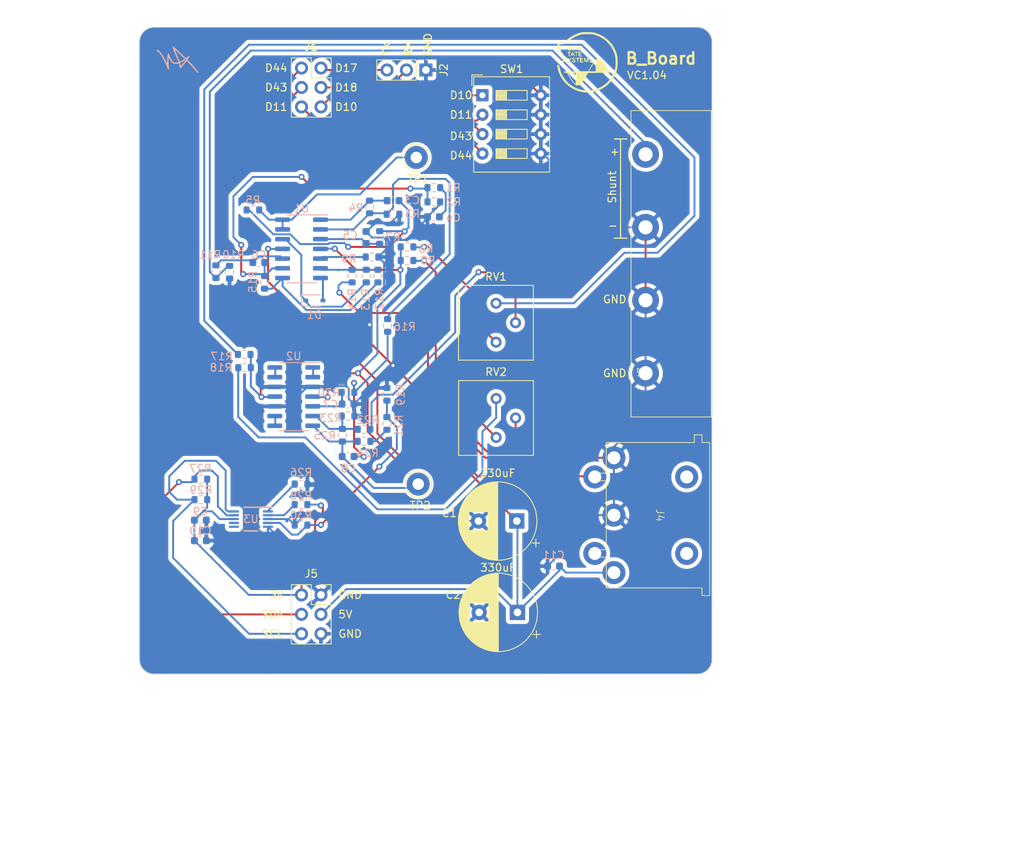
<source format=kicad_pcb>
(kicad_pcb (version 20221018) (generator pcbnew)
  (title_block (title "Bottom Board") (date "2023-03-09") (rev "0"))
  (layers (0 "F.Cu" signal) (31 "B.Cu" signal) (34 "B.Paste" user) (35 "F.Paste" user) (36 "B.SilkS" user "B.Silkscreen") (37 "F.SilkS" user "F.Silkscreen") (38 "B.Mask" user) (39 "F.Mask" user) (44 "Edge.Cuts" user))
  (net 0 "")
  (net 1 "+5VD")
  (net 2 "SDA")
  (net 3 "D43")
  (net 4 "D44")
  (net 5 "TX")
  (net 6 "D10")
  (net 7 "D11")
  (net 8 "RX")
  (net 9 "Net-(U1A-+)")
  (net 10 "Net-(U2B-+)")
  (net 11 "Net-(U1C--)")
  (net 12 "Net-(U1C-+)")
  (net 13 "Net-(D1-K)")
  (net 14 "Net-(D1-A)")
  (net 15 "Net-(U1A--)")
  (net 16 "-5V")
  (net 17 "Net-(U1D--)")
  (net 18 "E23_INPUT")
  (net 19 "Net-(U2B--)")
  (net 20 "Net-(U1B-+)")
  (net 21 "Net-(U1B--)")
  (net 22 "AN0")
  (net 23 "+3V0")
  (net 24 "SCL")
  (net 25 "+12V")
  (net 26 "Net-(U3-ADDR)")
  (net 27 "Net-(U3-ALERT_RDY)")
  (net 28 "Net-(U2A--)")
  (net 29 "Net-(U2C--)")
  (net 30 "Net-(U2D--)")
  (net 31 "GND")
  (net 34 "Net-(R8-Pad2)")
  (net 35 "Net-(R18-Pad1)")
  (net 36 "Net-(C4-Pad1)")
  (net 37 "Net-(C3-Pad2)")
  (net 38 "Net-(C3-Pad1)")
  (net 39 "Net-(C8-Pad2)")
  (net 40 "Net-(C8-Pad1)")
  (net 41 "Net-(R6-Pad1)")
  (net 42 "Net-(R12-Pad1)")
  (net 43 "Net-(R14-Pad2)")
  (net 44 "Net-(R17-Pad2)")
  (net 45 "Net-(R21-Pad2)")
  (net 46 "Net-(R22-Pad2)")
  (footprint "Button_Switch_THT:SW_DIP_SPSTx04_Slide_9.78x12.34mm_W7.62mm_P2.54mm" (layer "F.Cu") (at 144.78 71.882)
    (fp_text reference "SW1")
    (fp_text value "SW_DIP_x04")
  )
  (footprint "Capacitor_THT:CP_Radial_D10.0mm_P5.00mm" (layer "F.Cu") (at 149.270323 127.508 180)
    (fp_text reference "C1")
    (fp_text value "330uF")
  )
  (footprint "bot_lib:DIN_5_PIN" (layer "F.Cu") (at 167.95 126.746 -90)
    (fp_text reference "J4")
    (fp_text value "DIN-5")
  )
  (footprint "Capacitor_THT:CP_Radial_D10.0mm_P5.00mm" (layer "F.Cu") (at 149.352 139.446 180)
    (fp_text reference "C2")
    (fp_text value "330uF")
  )
  (footprint "bot_lib:PinSocket_2x03_P2.54mm_Vertical" (layer "F.Cu") (at 123.698 68.326)
    (fp_text reference "J1")
    (fp_text value "Conn_02x03_Top_Bottom")
  )
  (footprint "TestPoint:TestPoint_Loop_D2.54mm_Drill1.5mm_Beaded" (layer "F.Cu") (at 136.398 122.682)
    (fp_text reference "TP2")
    (fp_text value ".75 Vdc")
  )
  (footprint "bot_lib:PinSocket_2x03_P2.54mm_Vertical" (layer "F.Cu") (at 123.698 137.16)
    (fp_text reference "J5")
    (fp_text value "Conn_02x03_Top_Bottom")
  )
  (footprint "bot_lib:Potentiometer_Bourns_3386P_Vertical" (layer "F.Cu") (at 146.573 116.586)
    (fp_text reference "RV2")
    (fp_text value "20K")
  )
  (footprint "Connector_PinHeader_2.54mm:PinHeader_1x03_P2.54mm_Vertical" (layer "F.Cu") (at 137.399 68.58 -90)
    (fp_text reference "J2")
    (fp_text value "Conn_01x03_Pin")
  )
  (footprint "TestPoint:TestPoint_Loop_D2.54mm_Drill1.5mm_Beaded" (layer "F.Cu") (at 136.144 80.01)
    (fp_text reference "TP1")
    (fp_text value ".55 Vdc")
  )
  (footprint "bot_lib:Terminal_Strip_4_Pin" (layer "F.Cu") (at 166.0825 108.195 90)
    (fp_text reference "J3")
    (fp_text value "Screw_Terminal_01x04")
  )
  (footprint "bot_lib:Potentiometer_Bourns_3386P_Vertical" (layer "F.Cu") (at 146.558 104.14)
    (fp_text reference "RV1")
    (fp_text value "20K")
  )
  (footprint "bot_lib:logo_SSS" (layer "F.Cu") (at 158.496 67.564)
    (fp_text reference "G***" hide)
    (fp_text value "LOGO" hide)
  )
  (footprint "Resistor_SMD:R_0603_1608Metric" (layer "B.Cu") (at 129.6162 95.504 -90)
    (fp_text reference "R13")
    (fp_text value "10K")
  )
  (footprint "Resistor_SMD:R_0603_1608Metric" (layer "B.Cu") (at 116.332 96.329 -90)
    (fp_text reference "R15")
    (fp_text value "110K")
  )
  (footprint "Capacitor_SMD:C_0603_1608Metric" (layer "B.Cu") (at 127.2416 119.0762)
    (fp_text reference "C8")
    (fp_text value "0.1uF")
  )
  (footprint "Resistor_SMD:R_0603_1608Metric" (layer "B.Cu") (at 132.3976 101.9495 90)
    (fp_text reference "R16")
    (fp_text value "80.6K")
  )
  (footprint "Resistor_SMD:R_0603_1608Metric" (layer "B.Cu") (at 121.095 125.36 180)
    (fp_text reference "R28")
    (fp_text value "10k")
  )
  (footprint "Capacitor_SMD:C_0603_1608Metric" (layer "B.Cu") (at 133.109 85.6488)
    (fp_text reference "C3")
    (fp_text value "0.1uF")
  )
  (footprint "Package_SO:SOIC-14_3.9x8.7mm_P1.27mm" (layer "B.Cu") (at 121.158 91.948 180)
    (fp_text reference "U1")
    (fp_text value "LM324")
  )
  (footprint "Package_SO:SOIC-14_3.9x8.7mm_P1.27mm" (layer "B.Cu") (at 120.142 111.252 180)
    (fp_text reference "U2")
    (fp_text value "LM324")
  )
  (footprint "Resistor_SMD:R_0603_1608Metric" (layer "B.Cu") (at 111.76 94.996 -90)
    (fp_text reference "R10")
    (fp_text value "30.1K")
  )
  (footprint "Capacitor_SMD:C_0603_1608Metric" (layer "B.Cu") (at 107.95 130.07 180)
    (fp_text reference "C10")
    (fp_text value "0.1uF")
  )
  (footprint "Resistor_SMD:R_0603_1608Metric" (layer "B.Cu") (at 132.3086 110.9472 -90)
    (fp_text reference "R19")
    (fp_text value "10K")
  )
  (footprint "Resistor_SMD:R_0603_1608Metric" (layer "B.Cu") (at 127.762 95.504 -90)
    (fp_text reference "R14")
    (fp_text value "1M")
  )
  (footprint "Capacitor_SMD:C_0603_1608Metric" (layer "B.Cu") (at 154.064 133.4008 180)
    (fp_text reference "C11")
    (fp_text value "0.1uF")
  )
  (footprint "bot_lib:DGS0010A_N" (layer "B.Cu") (at 114.554 127.254 180)
    (fp_text reference "U3")
    (fp_text value "ADS1015IDGSR")
  )
  (footprint "Resistor_SMD:R_0603_1608Metric" (layer "B.Cu") (at 108.013 124.714 180)
    (fp_text reference "R29")
    (fp_text value "10k")
  )
  (footprint "Resistor_SMD:R_0603_1608Metric" (layer "B.Cu") (at 129.3236 117.094 180)
    (fp_text reference "R24")
    (fp_text value "16.2K")
  )
  (footprint "Resistor_SMD:R_0603_1608Metric" (layer "B.Cu") (at 113.7158 107.4674)
    (fp_text reference "R18")
    (fp_text value "22K")
  )
  (footprint "Resistor_SMD:R_0603_1608Metric" (layer "B.Cu") (at 138.4326 83.9531)
    (fp_text reference "R1")
    (fp_text value "187K")
  )
  (footprint "Capacitor_SMD:C_0603_1608Metric" (layer "B.Cu") (at 107.95 127.392 180)
    (fp_text reference "C9")
    (fp_text value "1uF")
  )
  (footprint "Resistor_SMD:R_0603_1608Metric" (layer "B.Cu") (at 114.808 86.868 180)
    (fp_text reference "R5")
    (fp_text value "80.6K")
  )
  (footprint "Resistor_SMD:R_0603_1608Metric" (layer "B.Cu") (at 134.937 91.694 180)
    (fp_text reference "R6")
    (fp_text value "4.7K")
  )
  (footprint "Resistor_SMD:R_0603_1608Metric" (layer "B.Cu") (at 127.2408 113.792 180)
    (fp_text reference "R23")
    (fp_text value "10K")
  )
  (footprint "Resistor_SMD:R_0603_1608Metric" (layer "B.Cu") (at 138.43 85.810475)
    (fp_text reference "R2")
    (fp_text value "25.5K")
  )
  (footprint "Resistor_SMD:R_0603_1608Metric" (layer "B.Cu") (at 121.095 122.682)
    (fp_text reference "R26")
    (fp_text value "10k")
  )
  (footprint "Capacitor_SMD:C_0603_1608Metric" (layer "B.Cu") (at 127.2286 112.2182 180)
    (fp_text reference "C7")
    (fp_text value "0.1uF")
  )
  (footprint "Capacitor_SMD:C_0603_1608Metric" (layer "B.Cu") (at 129.5908 90.4624 90)
    (fp_text reference "C5")
    (fp_text value "0.1uF")
  )
  (footprint "Resistor_SMD:R_0603_1608Metric" (layer "B.Cu") (at 131.1402 95.504 90)
    (fp_text reference "R12")
    (fp_text value "10K")
  )
  (footprint "Resistor_SMD:R_0603_1608Metric" (layer "B.Cu") (at 129.3236 115.5202)
    (fp_text reference "R22")
    (fp_text value "1M")
  )
  (footprint "Resistor_SMD:R_0603_1608Metric" (layer "B.Cu") (at 127.2286 110.6942 180)
    (fp_text reference "R20")
    (fp_text value "80.6K")
  )
  (footprint "Resistor_SMD:R_0603_1608Metric" (layer "B.Cu") (at 113.6772 105.7402 180)
    (fp_text reference "R17")
    (fp_text value "10K")
  )
  (footprint "Resistor_SMD:R_0603_1608Metric" (layer "B.Cu") (at 133.096 87.4268)
    (fp_text reference "R3")
    (fp_text value "10K")
  )
  (footprint "bot_lib:Diode_1N4148WS" (layer "B.Cu") (at 122.832 98.698)
    (fp_text reference "D1")
    (fp_text value "1N4148WS")
  )
  (footprint "Resistor_SMD:R_0603_1608Metric" (layer "B.Cu") (at 134.937 93.472)
    (fp_text reference "R8")
    (fp_text value "22K")
  )
  (footprint "Capacitor_SMD:C_0603_1608Metric" (layer "B.Cu") (at 138.3826 87.7631 180)
    (fp_text reference "C4")
    (fp_text value "0.1uF")
  )
  (footprint "Resistor_SMD:R_0603_1608Metric" (layer "B.Cu") (at 131.3688 90.4624 -90)
    (fp_text reference "R7")
    (fp_text value "80.6K")
  )
  (footprint "Resistor_SMD:R_0603_1608Metric" (layer "B.Cu") (at 108.013 122.036 180)
    (fp_text reference "R27")
    (fp_text value "10k")
  )
  (footprint "Resistor_SMD:R_0603_1608Metric" (layer "B.Cu") (at 126.492 116.2944 -90)
    (fp_text reference "R25")
    (fp_text value "3.65K")
  )
  (footprint "Capacitor_SMD:C_0603_1608Metric" (layer "B.Cu") (at 115.57 93.726 180)
    (fp_text reference "C6")
    (fp_text value "0.002uF")
  )
  (footprint "Resistor_SMD:R_0603_1608Metric" (layer "B.Cu") (at 132.3086 114.7572 -90)
    (fp_text reference "R21")
    (fp_text value "10K")
  )
  (footprint "bot_lib:logo_AN" (layer "B.Cu") (at 104.902 67.056 180)
    (fp_text reference "G***" hide)
    (fp_text value "LOGO" hide)
  )
  (footprint "Resistor_SMD:R_0603_1608Metric" (layer "B.Cu") (at 130.048 86.4738 90)
    (fp_text reference "R4")
    (fp_text value "1.82K")
  )
  (footprint "Resistor_SMD:R_0603_1608Metric" (layer "B.Cu") (at 109.982 94.933 90)
    (fp_text reference "R11")
    (fp_text value "20K")
  )
  (footprint "Resistor_SMD:R_0603_1608Metric" (layer "B.Cu") (at 121.095 128.038 180)
    (fp_text reference "R30")
    (fp_text value "3.9M")
  )
  (footprint "Resistor_SMD:R_0603_1608Metric" (layer "B.Cu") (at 130.365 93.0148)
    (fp_text reference "R9")
    (fp_text value "4.7K")
  )
  (gr_line (start 163.6395 90.551) (end 161.9885 90.551) (stroke (width 0.15)) (layer "F.SilkS"))
  (gr_line (start 162.814 90.551) (end 162.814 77.597) (stroke (width 0.15)) (layer "F.SilkS"))
  (gr_line (start 163.6395 77.597) (end 161.9885 77.597) (stroke (width 0.15)) (layer "F.SilkS"))
  (gr_arc (start 99.9958 64.9072) (mid 100.554406 63.558606) (end 101.903 63) (stroke (width 0.1)) (layer "Edge.Cuts"))
  (gr_arc (start 172.8428 62.9958) (mid 174.191394 63.554406) (end 174.75 64.903) (stroke (width 0.1)) (layer "Edge.Cuts"))
  (gr_line (start 172.847 147.4958) (end 101.9072 147.5042) (stroke (width 0.1)) (layer "Edge.Cuts"))
  (gr_arc (start 174.75 145.5928) (mid 174.192624 146.938424) (end 172.847 147.4958) (stroke (width 0.1)) (layer "Edge.Cuts"))
  (gr_line (start 101.903 63) (end 172.8428 62.9958) (stroke (width 0.1)) (layer "Edge.Cuts"))
  (gr_line (start 174.75 64.903) (end 174.75 145.5928) (stroke (width 0.1)) (layer "Edge.Cuts"))
  (gr_line (start 100 145.597) (end 99.9958 64.9072) (stroke (width 0.1)) (layer "Edge.Cuts"))
  (gr_arc (start 101.9072 147.5042) (mid 100.558606 146.945594) (end 100 145.597) (stroke (width 0.1)) (layer "Edge.Cuts"))
  (gr_text "D43" (at 141.986 77.216) (layer "F.SilkS") (effects (font (size 1 1))))
  (gr_text "VC1.04" (at 163.576 69.85) (layer "F.SilkS") (effects (font (size 1 1)) (justify left bottom)))
  (gr_text "GND" (at 127.508 137.16) (layer "F.SilkS") (effects (font (size 1 1))))
  (gr_text "SCL" (at 117.379809 142.24) (layer "F.SilkS") (effects (font (size 1 1))))
  (gr_text "SDA" (at 117.356 139.7) (layer "F.SilkS") (effects (font (size 1 1))))
  (gr_text "D10" (at 127 73.406) (layer "F.SilkS") (effects (font (size 1 1))))
  (gr_text "5V" (at 126.888953 139.7) (layer "F.SilkS") (effects (font (size 1 1))))
  (gr_text "B_Board" (at 163.322 67.945) (layer "F.SilkS") (effects (font (size 1.5 1.5) (thickness 0.3) bold) (justify left bottom)))
  (gr_text "GND" (at 162.052 108.204) (layer "F.SilkS") (effects (font (size 1 1))))
  (gr_text "GND" (at 162.052 98.552) (layer "F.SilkS") (effects (font (size 1 1))))
  (gr_text "D17" (at 127 68.326) (layer "F.SilkS") (effects (font (size 1 1))))
  (gr_text "D43" (at 117.856 70.866) (layer "F.SilkS") (effects (font (size 1 1))))
  (gr_text "Shunt" (at 162.306 86.106 90) (layer "F.SilkS") (effects (font (size 1 1)) (justify left bottom)))
  (gr_text "D11" (at 117.856 73.406) (layer "F.SilkS") (effects (font (size 1 1))))
  (gr_text "TX" (at 132.334 65.786 90) (layer "F.SilkS") (effects (font (size 1 1))))
  (gr_text "D18" (at 127 70.866) (layer "F.SilkS") (effects (font (size 1 1))))
  (gr_text "D11" (at 141.986 74.422) (layer "F.SilkS") (effects (font (size 1 1))))
  (gr_text "D10" (at 141.986 71.882) (layer "F.SilkS") (effects (font (size 1 1))))
  (gr_text "GND" (at 127.508 142.24) (layer "F.SilkS") (effects (font (size 1 1))))
  (gr_text "3V" (at 117.856 137.16) (layer "F.SilkS") (effects (font (size 1 1))))
  (gr_text "RX" (at 135.128 65.786 90) (layer "F.SilkS") (effects (font (size 1 1))))
  (gr_text "GND" (at 137.668 65.278 90) (layer "F.SilkS") (effects (font (size 1 1))))
  (gr_text "D44" (at 141.986 79.756) (layer "F.SilkS") (effects (font (size 1 1))))
  (gr_text "+" (at 162.052 79.248) (layer "F.SilkS") (effects (font (size 1 1))))
  (gr_text "D44" (at 117.856 68.326) (layer "F.SilkS") (effects (font (size 1 1))))
  (gr_text "-" (at 161.798 88.9) (layer "F.SilkS") (effects (font (size 1 1))))
  (segment (start 134.366 120.396) (end 142.24 120.396) (width 0.25) (layer "F.Cu") (net 1))
  (segment (start 129.794 115.824) (end 134.366 120.396) (width 0.25) (layer "F.Cu") (net 1))
  (segment (start 144.485161 122.722838) (end 149.270323 127.508) (width 0.25) (layer "F.Cu") (net 1))
  (segment (start 125.73 108.204) (end 128.524 108.204) (width 0.25) (layer "F.Cu") (net 1))
  (segment (start 144.485161 122.641161) (end 144.485161 122.722838) (width 0.25) (layer "F.Cu") (net 1))
  (segment (start 134.0612 94.6912) (end 128.27 94.6912) (width 0.25) (layer "F.Cu") (net 1))
  (segment (start 128.27 94.6912) (end 125.5014 91.9226) (width 0.25) (layer "F.Cu") (net 1))
  (segment (start 124.5616 111.3282) (end 124.5616 109.3724) (width 0.25) (layer "F.Cu") (net 1))
  (segment (start 128.524 108.204) (end 129.794 109.474) (width 0.25) (layer "F.Cu") (net 1))
  (segment (start 129.794 109.474) (end 129.794 115.824) (width 0.25) (layer "F.Cu") (net 1))
  (segment (start 124.5616 109.3724) (end 125.73 108.204) (width 0.25) (layer "F.Cu") (net 1))
  (segment (start 142.24 120.396) (end 144.485161 122.641161) (width 0.25) (layer "F.Cu") (net 1))
  (via (at 128.524 108.204) (size 0.8) (drill 0.4) (layers "F.Cu" "B.Cu") (net 1))
  (via (at 134.0612 94.6912) (size 0.8) (drill 0.4) (layers "F.Cu" "B.Cu") (net 1))
  (via (at 125.5014 91.9226) (size 0.8) (drill 0.4) (layers "F.Cu" "B.Cu") (net 1))
  (via (at 124.5616 111.3282) (size 0.8) (drill 0.4) (layers "F.Cu" "B.Cu") (net 1))
  (segment (start 134.112 91.7448) (end 134.112 93.5228) (width 0.25) (layer "B.Cu") (net 1))
  (segment (start 146.304 136.398) (end 149.352 139.446) (width 0.25) (layer "B.Cu") (net 1))
  (segment (start 131.064 99.568) (end 134.0612 96.5708) (width 0.25) (layer "B.Cu") (net 1))
  (segment (start 127 136.398) (end 146.304 136.398) (width 0.25) (layer "B.Cu") (net 1))
  (segment (start 122.7582 111.3282) (end 122.682 111.252) (width 0.25) (layer "B.Cu") (net 1))
  (segment (start 128.524 108.204) (end 131.064 105.664) (width 0.25) (layer "B.Cu") (net 1))
  (segment (start 134.112 93.5228) (end 134.112 94.6404) (width 0.25) (layer "B.Cu") (net 1))
  (segment (start 154.839 133.959) (end 149.352 139.446) (width 0.25) (layer "B.Cu") (net 1))
  (segment (start 154.839 133.4008) (end 154.839 133.959) (width 0.25) (layer "B.Cu") (net 1))
  (segment (start 161.95 134.246) (end 155.6842 134.246) (width 0.25) (layer "B.Cu") (net 1))
  (segment (start 149.352 139.446) (end 149.352 127.589677) (width 0.25) (layer "B.Cu") (net 1))
  (segment (start 134.112 94.6404) (end 134.0612 94.6912) (width 0.25) (layer "B.Cu") (net 1))
  (segment (start 149.352 127.589677) (end 149.270323 127.508) (width 0.25) (layer "B.Cu") (net 1))
  (segment (start 155.6842 134.246) (end 154.839 133.4008) (width 0.25) (layer "B.Cu") (net 1))
  (segment (start 125.5014 91.9226) (end 123.6584 91.9226) (width 0.25) (layer "B.Cu") (net 1))
  (segment (start 131.064 105.664) (end 131.064 99.568) (width 0.25) (layer "B.Cu") (net 1))
  (segment (start 124.5616 111.3282) (end 122.7582 111.3282) (width 0.25) (layer "B.Cu") (net 1))
  (segment (start 123.698 139.7) (end 127 136.398) (width 0.25) (layer "B.Cu") (net 1))
  (segment (start 123.6584 91.9226) (end 123.633 91.948) (width 0.25) (layer "B.Cu") (net 1))
  (segment (start 134.0612 96.5708) (end 134.0612 94.6912) (width 0.25) (layer "B.Cu") (net 1))
  (segment (start 109.22 139.7) (end 121.158 139.7) (width 0.25) (layer "F.Cu") (net 2))
  (segment (start 103.124 124.46) (end 103.124 133.604) (width 0.25) (layer "F.Cu") (net 2))
  (segment (start 103.124 133.604) (end 109.22 139.7) (width 0.25) (layer "F.Cu") (net 2))
  (segment (start 105.156 122.428) (end 103.124 124.46) (width 0.25) (layer "F.Cu") (net 2))
  (via (at 105.156 122.428) (size 0.8) (drill 0.4) (layers "F.Cu" "B.Cu") (net 2))
  (segment (start 107.95 120.904) (end 109.452731 120.904) (width 0.25) (layer "B.Cu") (net 2))
  (segment (start 107.188 122.036) (end 106.796 122.428) (width 0.25) (layer "B.Cu") (net 2))
  (segment (start 107.188 121.666) (end 107.95 120.904) (width 0.25) (layer "B.Cu") (net 2))
  (segment (start 107.188 122.036) (end 107.188 121.666) (width 0.25) (layer "B.Cu") (net 2))
  (segment (start 112.303996 126.779) (end 112.328998 126.753998) (width 0.25) (layer "B.Cu") (net 2))
  (segment (start 109.452731 120.904) (end 110.236 121.687269) (width 0.25) (layer "B.Cu") (net 2))
  (segment (start 106.796 122.428) (end 105.156 122.428) (width 0.25) (layer "B.Cu") (net 2))
  (segment (start 111.410604 126.779) (end 112.303996 126.779) (width 0.25) (layer "B.Cu") (net 2))
  (segment (start 110.236 121.687269) (end 110.236 125.604396) (width 0.25) (layer "B.Cu") (net 2))
  (segment (start 110.236 125.604396) (end 111.410604 126.779) (width 0.25) (layer "B.Cu") (net 2))
  (segment (start 143.7965 75.946) (end 120.65 75.946) (width 0.25) (layer "F.Cu") (net 3))
  (segment (start 120.65 75.946) (end 119.38 74.676) (width 0.25) (layer "F.Cu") (net 3))
  (segment (start 144.8225 76.972) (end 143.7965 75.946) (width 0.25) (layer "F.Cu") (net 3))
  (segment (start 119.38 72.644) (end 121.158 70.866) (width 0.25) (layer "F.Cu") (net 3))
  (segment (start 119.38 74.676) (end 119.38 72.644) (width 0.25) (layer "F.Cu") (net 3))
  (segment (start 118.872 70.612) (end 121.158 68.326) (width 0.25) (layer "F.Cu") (net 4))
  (segment (start 119.888 76.454) (end 118.872 75.438) (width 0.25) (layer "F.Cu") (net 4))
  (segment (start 141.7645 76.454) (end 119.888 76.454) (width 0.25) (layer "F.Cu") (net 4))
  (segment (start 118.872 75.438) (end 118.872 70.612) (width 0.25) (layer "F.Cu") (net 4))
  (segment (start 144.8225 79.512) (end 141.7645 76.454) (width 0.25) (layer "F.Cu") (net 4))
  (segment (start 132.319 68.58) (end 123.952 68.58) (width 0.25) (layer "F.Cu") (net 5))
  (segment (start 123.952 68.58) (end 123.698 68.326) (width 0.25) (layer "F.Cu") (net 5))
  (segment (start 144.8225 71.892) (end 125.212 71.892) (width 0.25) (layer "F.Cu") (net 6))
  (segment (start 125.212 71.892) (end 123.698 73.406) (width 0.25) (layer "F.Cu") (net 6))
  (segment (start 144.8225 74.432) (end 144.0705 75.184) (width 0.25) (layer "F.Cu") (net 7))
  (segment (start 122.936 75.184) (end 121.158 73.406) (width 0.25) (layer "F.Cu") (net 7))
  (segment (start 144.0705 75.184) (end 122.936 75.184) (width 0.25) (layer "F.Cu") (net 7))
  (segment (start 134.859 68.58) (end 132.573 70.866) (width 0.25) (layer "F.Cu") (net 8))
  (segment (start 132.573 70.866) (end 123.698 70.866) (width 0.25) (layer "F.Cu") (net 8))
  (segment (start 129.6408 91.2874) (end 129.5908 91.2374) (width 0.25) (layer "B.Cu") (net 9))
  (segment (start 131.3688 91.2874) (end 129.6408 91.2874) (width 0.25) (layer "B.Cu") (net 9))
  (segment (start 129.0314 90.678) (end 123.633 90.678) (width 0.25) (layer "B.Cu") (net 9))
  (segment (start 129.5908 91.2374) (end 129.0314 90.678) (width 0.25) (layer "B.Cu") (net 9))
  (segment (start 126.1498 112.522) (end 126.4536 112.2182) (width 0.25) (layer "B.Cu") (net 10))
  (segment (start 122.682 112.522) (end 126.1498 112.522) (width 0.25) (layer "B.Cu") (net 10))
  (segment (start 126.4536 110.7442) (end 126.4036 110.6942) (width 0.25) (layer "B.Cu") (net 10))
  (segment (start 126.4536 112.2182) (end 126.4536 110.7442) (width 0.25) (layer "B.Cu") (net 10))
  (segment (start 113.284 94.996) (end 113.538 95.25) (width 0.25) (layer "F.Cu") (net 11))
  (segment (start 113.284 91.44) (end 113.284 94.996) (width 0.25) (layer "F.Cu") (net 11))
  (segment (start 135.382 84.074) (end 122.682 84.074) (width 0.25) (layer "F.Cu") (net 11))
  (segment (start 122.682 84.074) (end 121.158 82.55) (width 0.25) (layer "F.Cu") (net 11))
  (via (at 113.538 95.25) (size 0.8) (drill 0.4) (layers "F.Cu" "B.Cu") (net 11))
  (via (at 113.284 91.44) (size 0.8) (drill 0.4) (layers "F.Cu" "B.Cu") (net 11))
  (via (at 135.382 84.074) (size 0.8) (drill 0.4) (layers "F.Cu" "B.Cu") (net 11))
  (via (at 121.158 82.55) (size 0.8) (drill 0.4) (layers "F.Cu" "B.Cu") (net 11))
  (segment (start 113.538 95.25) (end 116.078 95.25) (width 0.25) (layer "B.Cu") (net 11))
  (segment (start 116.332 95.504) (end 117.348 94.488) (width 0.25) (layer "B.Cu") (net 11))
  (segment (start 116.078 95.25) (end 116.332 95.504) (width 0.25) (layer "B.Cu") (net 11))
  (segment (start 113.284 91.44) (end 112.268 90.424) (width 0.25) (layer "B.Cu") (net 11))
  (segment (start 137.4867 84.074) (end 135.382 84.074) (width 0.25) (layer "B.Cu") (net 11))
  (segment (start 117.348 94.488) (end 118.683 94.488) (width 0.25) (layer "B.Cu") (net 11))
  (segment (start 112.268 85.09) (end 114.808 82.55) (width 0.25) (layer "B.Cu") (net 11))
  (segment (start 137.6076 83.9531) (end 137.4867 84.074) (width 0.25) (layer "B.Cu") (net 11))
  (segment (start 114.808 82.55) (end 121.158 82.55) (width 0.25) (layer "B.Cu") (net 11))
  (segment (start 116.345 93.726) (end 116.345 95.491) (width 0.25) (layer "B.Cu") (net 11))
  (segment (start 116.345 95.491) (end 116.332 95.504) (width 0.25) (layer "B.Cu") (net 11))
  (segment (start 137.6076 85.810475) (end 137.6076 83.9531) (width 0.25) (layer "B.Cu") (net 11))
  (segment (start 112.268 90.424) (end 112.268 85.09) (width 0.25) (layer "B.Cu") (net 11))
  (segment (start 114.795 93.726) (end 114.515 93.446) (width 0.25) (layer "B.Cu") (net 12))
  (segment (start 114.515 93.446) (end 110.644 93.446) (width 0.25) (layer "B.Cu") (net 12))
  (segment (start 110.644 93.446) (end 109.982 94.108) (width 0.25) (layer "B.Cu") (net 12))
  (segment (start 118.391 92.926) (end 118.683 93.218) (width 0.25) (layer "B.Cu") (net 12))
  (segment (start 115.595 92.926) (end 118.391 92.926) (width 0.25) (layer "B.Cu") (net 12))
  (segment (start 114.795 93.726) (end 115.595 92.926) (width 0.25) (layer "B.Cu") (net 12))
  (segment (start 121.1326 92.750849) (end 121.1326 98.1236) (width 0.25) (layer "B.Cu") (net 13))
  (segment (start 121.1326 98.1236) (end 121.707 98.698) (width 0.25) (layer "B.Cu") (net 13))
  (segment (start 118.683 90.678) (end 119.059751 90.678) (width 0.25) (layer "B.Cu") (net 13))
  (segment (start 121.707 98.847) (end 122.358 99.498) (width 0.25) (layer "B.Cu") (net 13))
  (segment (start 121.707 98.698) (end 121.707 98.847) (width 0.25) (layer "B.Cu") (net 13))
  (segment (start 122.358 99.498) (end 126.4472 99.498) (width 0.25) (layer "B.Cu") (net 13))
  (segment (start 119.059751 90.678) (end 121.1326 92.750849) (width 0.25) (layer "B.Cu") (net 13))
  (segment (start 126.4472 99.498) (end 129.6162 96.329) (width 0.25) (layer "B.Cu") (net 13))
  (segment (start 123.633 95.758) (end 123.952 96.077) (width 0.25) (layer "B.Cu") (net 14))
  (segment (start 123.952 98.693) (end 123.957 98.698) (width 0.25) (layer "B.Cu") (net 14))
  (segment (start 123.952 96.077) (end 123.952 98.693) (width 0.25) (layer "B.Cu") (net 14))
  (segment (start 140.499 92.673) (end 140.499 83.349) (width 0.25) (layer "B.Cu") (net 15))
  (segment (start 133.858 82.804) (end 133.109 83.553) (width 0.25) (layer "B.Cu") (net 15))
  (segment (start 133.109 83.553) (end 133.109 86.5888) (width 0.25) (layer "B.Cu") (net 15))
  (segment (start 127.9388 89.408) (end 130.048 87.2988) (width 0.25) (layer "B.Cu") (net 15))
  (segment (start 123.633 89.408) (end 127.9388 89.408) (width 0.25) (layer "B.Cu") (net 15))
  (segment (start 132.3976 100.7744) (end 140.499 92.673) (width 0.25) (layer "B.Cu") (net 15))
  (segment (start 140.499 83.349) (end 139.954 82.804) (width 0.25) (layer "B.Cu") (net 15))
  (segment (start 132.3976 101.1245) (end 132.3976 100.7744) (width 0.25) (layer "B.Cu") (net 15))
  (segment (start 139.954 82.804) (end 133.858 82.804) (width 0.25) (layer "B.Cu") (net 15))
  (segment (start 132.143 87.2988) (end 132.271 87.4268) (width 0.25) (layer "B.Cu") (net 15))
  (segment (start 133.109 86.5888) (end 132.271 87.4268) (width 0.25) (layer "B.Cu") (net 15))
  (segment (start 130.048 87.2988) (end 132.143 87.2988) (width 0.25) (layer "B.Cu") (net 15))
  (segment (start 144.146396 121.666) (end 159.37 121.666) (width 0.25) (layer "F.Cu") (net 16))
  (segment (start 116.7892 96.2152) (end 123.698 103.124) (width 0.25) (layer "F.Cu") (net 16))
  (segment (start 116.7892 91.948) (end 116.7892 96.2152) (width 0.25) (layer "F.Cu") (net 16))
  (segment (start 117.094 103.124) (end 115.824 104.394) (width 0.25) (layer "F.Cu") (net 16))
  (segment (start 115.9256 111.3028) (end 115.824 111.2012) (width 0.25) (layer "F.Cu") (net 16))
  (segment (start 131.064 116.078) (end 134.932 119.946) (width 0.25) (layer "F.Cu") (net 16))
  (segment (start 159.37 121.666) (end 159.45 121.746) (width 0.25) (layer "F.Cu") (net 16))
  (segment (start 134.932 119.946) (end 142.426396 119.946) (width 0.25) (layer "F.Cu") (net 16))
  (segment (start 115.824 111.2012) (end 115.824 104.394) (width 0.25) (layer "F.Cu") (net 16))
  (segment (start 131.064 109.22) (end 131.064 116.078) (width 0.25) (layer "F.Cu") (net 16))
  (segment (start 142.426396 119.946) (end 144.146396 121.666) (width 0.25) (layer "F.Cu") (net 16))
  (segment (start 123.698 103.124) (end 117.094 103.124) (width 0.25) (layer "F.Cu") (net 16))
  (segment (start 124.968 103.124) (end 131.064 109.22) (width 0.25) (layer "F.Cu") (net 16))
  (segment (start 123.698 103.124) (end 124.968 103.124) (width 0.25) (layer "F.Cu") (net 16))
  (via (at 115.9256 111.3028) (size 0.8) (drill 0.4) (layers "F.Cu" "B.Cu") (net 16))
  (via (at 116.7892 91.948) (size 0.8) (drill 0.4) (layers "F.Cu" "B.Cu") (net 16))
  (segment (start 114.5408 105.7788) (end 114.5022 105.7402) (width 0.25) (layer "B.Cu") (net 16))
  (segment (start 114.5408 107.4674) (end 114.5408 109.918) (width 0.25) (layer "B.Cu") (net 16))
  (segment (start 115.9256 111.3028) (end 117.6812 111.3028) (width 0.25) (layer "B.Cu") (net 16))
  (segment (start 114.5408 107.4674) (end 114.5408 105.7788) (width 0.25) (layer "B.Cu") (net 16))
  (segment (start 114.5408 109.918) (end 115.9256 111.3028) (width 0.25) (layer "B.Cu") (net 16))
  (segment (start 118.683 91.948) (end 116.7892 91.948) (width 0.25) (layer "B.Cu") (net 16))
  (segment (start 118.683 88.138) (end 116.903 88.138) (width 0.25) (layer "B.Cu") (net 17))
  (segment (start 128.778 84.836) (end 133.604 80.01) (width 0.25) (layer "B.Cu") (net 17))
  (segment (start 118.683 88.138) (end 119.888 88.138) (width 0.25) (layer "B.Cu") (net 17))
  (segment (start 133.604 80.01) (end 136.144 80.01) (width 0.25) (layer "B.Cu") (net 17))
  (segment (start 118.683 89.408) (end 118.683 88.138) (width 0.25) (layer "B.Cu") (net 17))
  (segment (start 123.19 84.836) (end 128.778 84.836) (width 0.25) (layer "B.Cu") (net 17))
  (segment (start 119.888 88.138) (end 123.19 84.836) (width 0.25) (layer "B.Cu") (net 17))
  (segment (start 116.903 88.138) (end 115.633 86.868) (width 0.25) (layer "B.Cu") (net 17))
  (segment (start 109.182 71.412) (end 109.182 94.958) (width 0.25) (layer "B.Cu") (net 18))
  (segment (start 111.76 94.171) (end 111.569 94.171) (width 0.25) (layer "B.Cu") (net 18))
  (segment (start 114.554 66.04) (end 109.182 71.412) (width 0.25) (layer "B.Cu") (net 18))
  (segment (start 109.182 94.958) (end 109.982 95.758) (width 0.25) (layer "B.Cu") (net 18))
  (segment (start 166.0825 79.605) (end 166.0825 78.1985) (width 0.25) (layer "B.Cu") (net 18))
  (segment (start 111.569 94.171) (end 109.982 95.758) (width 0.25) (layer "B.Cu") (net 18))
  (segment (start 166.0825 78.1985) (end 153.924 66.04) (width 0.25) (layer "B.Cu") (net 18))
  (segment (start 153.924 66.04) (end 114.554 66.04) (width 0.25) (layer "B.Cu") (net 18))
  (segment (start 128.4478 115.4694) (end 128.4986 115.5202) (width 0.25) (layer "B.Cu") (net 19))
  (segment (start 124.736151 115.4694) (end 126.492 115.4694) (width 0.25) (layer "B.Cu") (net 19))
  (segment (start 123.058751 113.792) (end 124.736151 115.4694) (width 0.25) (layer "B.Cu") (net 19))
  (segment (start 122.682 113.792) (end 123.058751 113.792) (width 0.25) (layer "B.Cu") (net 19))
  (segment (start 126.492 113.8682) (end 126.4158 113.792) (width 0.25) (layer "B.Cu") (net 19))
  (segment (start 126.492 115.4694) (end 128.4478 115.4694) (width 0.25) (layer "B.Cu") (net 19))
  (segment (start 126.492 115.4694) (end 126.492 113.8682) (width 0.25) (layer "B.Cu") (net 19))
  (segment (start 123.8362 93.0148) (end 123.633 93.218) (width 0.25) (layer "B.Cu") (net 20))
  (segment (start 129.54 93.0148) (end 123.8362 93.0148) (width 0.25) (layer "B.Cu") (net 20))
  (segment (start 125.921 94.679) (end 125.984 94.742) (width 0.25) (layer "B.Cu") (net 21))
  (segment (start 126.047 94.679) (end 129.6162 94.679) (width 0.25) (layer "B.Cu") (net 21))
  (segment (start 123.824 94.679) (end 125.921 94.679) (width 0.25) (layer "B.Cu") (net 21))
  (segment (start 123.633 94.488) (end 123.824 94.679) (width 0.25) (layer "B.Cu") (net 21))
  (segment (start 131.1402 94.679) (end 129.6162 94.679) (width 0.25) (layer "B.Cu") (net 21))
  (segment (start 125.984 94.742) (end 126.047 94.679) (width 0.25) (layer "B.Cu") (net 21))
  (segment (start 123.698 128.016) (end 131.318 120.396) (width 0.25) (layer "F.Cu") (net 22))
  (via (at 131.318 120.396) (size 0.8) (drill 0.4) (layers "F.Cu" "B.Cu") (net 22))
  (via (at 123.698 128.016) (size 0.8) (drill 0.4) (layers "F.Cu" "B.Cu") (net 22))
  (segment (start 116.778999 127.753999) (end 118.355999 127.753999) (width 0.25) (layer "B.Cu") (net 22))
  (segment (start 118.355999 127.753999) (end 119.888 129.286) (width 0.25) (layer "B.Cu") (net 22))
  (segment (start 133.604 118.11) (end 133.604 115.2276) (width 0.25) (layer "B.Cu") (net 22))
  (segment (start 120.672 129.286) (end 121.92 128.038) (width 0.25) (layer "B.Cu") (net 22))
  (segment (start 133.604 115.2276) (end 132.3086 113.9322) (width 0.25) (layer "B.Cu") (net 22))
  (segment (start 131.318 120.396) (end 133.604 118.11) (width 0.25) (layer "B.Cu") (net 22))
  (segment (start 119.888 129.286) (end 120.672 129.286) (width 0.25) (layer "B.Cu") (net 22))
  (segment (start 132.3086 111.7722) (end 132.3086 113.9322) (width 0.25) (layer "B.Cu") (net 22))
  (segment (start 121.92 128.038) (end 123.698 128.016) (width 0.25) (layer "B.Cu") (net 22))
  (segment (start 123.952 125.73) (end 123.952 126.492) (width 0.25) (layer "F.Cu") (net 23))
  (segment (start 123.952 126.492) (end 122.936 127.508) (width 0.25) (layer "F.Cu") (net 23))
  (segment (start 123.698 125.476) (end 123.952 125.73) (width 0.25) (layer "F.Cu") (net 23))
  (segment (start 122.936 127.508) (end 122.936 132.08) (width 0.25) (layer "F.Cu") (net 23))
  (segment (start 122.936 132.08) (end 121.158 133.858) (width 0.25) (layer "F.Cu") (net 23))
  (segment (start 121.158 133.858) (end 121.158 137.16) (width 0.25) (layer "F.Cu") (net 23))
  (via (at 123.698 125.476) (size 0.8) (drill 0.4) (layers "F.Cu" "B.Cu") (net 23))
  (segment (start 110.49 127.254) (end 112.328998 127.254) (width 0.25) (layer "B.Cu") (net 23))
  (segment (start 108.838 125.729) (end 108.1395 126.4275) (width 0.25) (layer "B.Cu") (net 23))
  (segment (start 123.582 125.36) (end 123.698 125.476) (width 0.25) (layer "B.Cu") (net 23))
  (segment (start 109.474 126.238) (end 110.49 127.254) (width 0.25) (layer "B.Cu") (net 23))
  (segment (start 108.838 124.714) (end 108.838 125.729) (width 0.25) (layer "B.Cu") (net 23))
  (segment (start 107.175 130.07) (end 114.265 137.16) (width 0.25) (layer "B.Cu") (net 23))
  (segment (start 121.92 125.36) (end 123.582 125.36) (width 0.25) (layer "B.Cu") (net 23))
  (segment (start 107.175 127.392) (end 108.1395 126.4275) (width 0.25) (layer "B.Cu") (net 23))
  (segment (start 108.838 122.036) (end 108.838 124.714) (width 0.25) (layer "B.Cu") (net 23))
  (segment (start 107.175 130.07) (end 107.175 127.392) (width 0.25) (layer "B.Cu") (net 23))
  (segment (start 108.329 126.238) (end 109.474 126.238) (width 0.25) (layer "B.Cu") (net 23))
  (segment (start 114.265 137.16) (end 121.158 137.16) (width 0.25) (layer "B.Cu") (net 23))
  (segment (start 108.1395 126.4275) (end 108.329 126.238) (width 0.25) (layer "B.Cu") (net 23))
  (segment (start 104.394 132.334) (end 114.3 142.24) (width 0.25) (layer "B.Cu") (net 24))
  (segment (start 112.328998 126.253999) (end 111.521999 126.253999) (width 0.25) (layer "B.Cu") (net 24))
  (segment (start 109.982 119.634) (end 105.918 119.634) (width 0.25) (layer "B.Cu") (net 24))
  (segment (start 111.252 125.984) (end 111.252 120.904) (width 0.25) (layer "B.Cu") (net 24))
  (segment (start 103.886 121.666) (end 103.886 123.698) (width 0.25) (layer "B.Cu") (net 24))
  (segment (start 107.188 124.714) (end 104.394 127.508) (width 0.25) (layer "B.Cu") (net 24))
  (segment (start 111.521999 126.253999) (end 111.252 125.984) (width 0.25) (layer "B.Cu") (net 24))
  (segment (start 114.3 142.24) (end 121.158 142.24) (width 0.25) (layer "B.Cu") (net 24))
  (segment (start 105.918 119.634) (end 103.886 121.666) (width 0.25) (layer "B.Cu") (net 24))
  (segment (start 104.902 124.714) (end 107.188 124.714) (width 0.25) (layer "B.Cu") (net 24))
  (segment (start 111.252 120.904) (end 109.982 119.634) (width 0.25) (layer "B.Cu") (net 24))
  (segment (start 104.394 127.508) (end 104.394 132.334) (width 0.25) (layer "B.Cu") (net 24))
  (segment (start 103.886 123.698) (end 104.902 124.714) (width 0.25) (layer "B.Cu") (net 24))
  (segment (start 116.778999 126.173001) (end 120.27 122.682) (width 0.25) (layer "B.Cu") (net 26))
  (segment (start 116.778999 126.253999) (end 116.778999 126.173001) (width 0.25) (layer "B.Cu") (net 26))
  (segment (start 120.27 125.36) (end 118.884 126.746) (width 0.25) (layer "B.Cu") (net 27))
  (segment (start 118.610002 126.753998) (end 116.778999 126.753998) (width 0.25) (layer "B.Cu") (net 27))
  (segment (start 118.884 126.746) (end 118.618 126.746) (width 0.25) (layer "B.Cu") (net 27))
  (segment (start 118.618 126.746) (end 118.610002 126.753998) (width 0.25) (layer "B.Cu") (net 27))
  (segment (start 122.682 107.442) (end 122.682 108.712) (width 0.25) (layer "B.Cu") (net 28))
  (segment (start 117.732 113.792) (end 117.732 115.062) (width 0.25) (layer "B.Cu") (net 29))
  (segment (start 117.732 107.442) (end 117.732 108.712) (width 0.25) (layer "B.Cu") (net 30))
  (segment (start 152.4425 79.512) (end 152.4425 76.972) (width 0.25) (layer "F.Cu") (net 31))
  (segment (start 130.048 101.854) (end 130.048 104.14) (width 0.25) (layer "F.Cu") (net 31))
  (segment (start 152.4425 74.432) (end 152.4425 71.892) (width 0.25) (layer "F.Cu") (net 31))
  (segment (start 149.1305 68.58) (end 152.4425 71.892) (width 0.25) (layer "F.Cu") (net 31))
  (segment (start 145.154 119.246) (end 133.096 107.188) (width 0.25) (layer "F.Cu") (net 31))
  (segment (start 130.048 104.14) (end 133.096 107.188) (width 0.25) (layer "F.Cu") (net 31))
  (segment (start 152.4425 76.972) (end 152.4425 74.432) (width 0.25) (layer "F.Cu") (net 31))
  (segment (start 161.95 119.246) (end 145.154 119.246) (width 0.25) (layer "F.Cu") (net 31))
  (segment (start 166.0825 98.665) (end 166.0825 89.135) (width 0.25) (layer "F.Cu") (net 31))
  (segment (start 137.399 68.58) (end 149.1305 68.58) (width 0.25) (layer "F.Cu") (net 31))
  (via (at 133.096 107.188) (size 0.8) (drill 0.4) (layers "F.Cu" "B.Cu") (net 31))
  (via (at 130.048 101.854) (size 0.8) (drill 0.4) (layers "F.Cu" "B.Cu") (net 31))
  (segment (start 166.0825 113.6695) (end 166.0825 98.665) (width 0.25) (layer "B.Cu") (net 31))
  (segment (start 132.7272 88.6206) (end 133.921 87.4268) (width 0.25) (layer "B.Cu") (net 31))
  (segment (start 132.1688 92.036) (end 132.1688 90.7922) (width 0.25) (layer "B.Cu") (net 31))
  (segment (start 117.732 112.522) (end 119.38 112.522) (width 0.25) (layer "B.Cu") (net 31))
  (segment (start 129.667 89.6874) (end 130.7338 88.6206) (width 0.25) (layer "B.Cu") (net 31))
  (segment (start 128.0036 112.2182) (end 128.0036 113.7298) (width 0.25) (layer "B.Cu") (net 31))
  (segment (start 137.6076 87.7631) (end 137.6076 87.945796) (width 0.25) (layer "B.Cu") (net 31))
  (segment (start 131.9402 96.912062) (end 131.9402 93.765) (width 0.25) (layer "B.Cu") (net 31))
  (segment (start 131.9402 93.765) (end 131.19 93.0148) (width 0.25) (layer "B.Cu") (net 31))
  (segment (start 124.714 129.794) (end 123.792 130.716) (width 0.25) (layer "B.Cu") (net 31))
  (segment (start 133.096 107.3282) (end 133.096 107.188) (width 0.25) (layer "B.Cu") (net 31))
  (segment (start 127.3286 110.201738) (end 127.3286 111.5432) (width 0.25) (layer "B.Cu") (net 31))
  (segment (start 139.2576 86.1131) (end 137.6076 87.7631) (width 0.25) (layer "B.Cu") (net 31))
  (segment (start 124.46 126.746) (end 123.952 126.746) (width 0.25) (layer "B.Cu") (net 31))
  (segment (start 127.3286 111.5432) (end 128.0036 112.2182) (width 0.25) (layer "B.Cu") (net 31))
  (segment (start 111.76 95.821) (end 111.76 98.298) (width 0.25) (layer "B.Cu") (net 31))
  (segment (start 137.6076 87.945796) (end 134.761196 90.7922) (width 0.25) (layer "B.Cu") (net 31))
  (segment (start 123.952 126.746) (end 124.714 127.508) (width 0.25) (layer "B.Cu") (net 31))
  (segment (start 123.698 137.16) (end 133.35 127.508) (width 0.25) (layer "B.Cu") (net 31))
  (segment (start 130.302 110.1222) (end 130.0996 110.1222) (width 0.25) (layer "B.Cu") (net 31))
  (segment (start 161.95 117.802) (end 166.0825 113.6695) (width 0.25) (layer "B.Cu") (net 31))
  (segment (start 131.8514 90.4748) (end 130.3782 90.4748) (width 0.25) (layer "B.Cu") (net 31))
  (segment (start 111.76 98.298) (end 113.919 100.457) (width 0.25) (layer "B.Cu") (net 31))
  (segment (start 159.9438 126.746) (end 161.95 126.746) (width 0.25) (layer "B.Cu") (net 31))
  (segment (start 128.523131 100.329131) (end 131.9402 96.912062) (width 0.25) (layer "B.Cu") (net 31))
  (segment (start 150.876 125.476) (end 146.302323 125.476) (width 0.25) (layer "B.Cu") (net 31))
  (segment (start 153.289 133.4008) (end 159.9438 126.746) (width 0.25) (layer "B.Cu") (net 31))
  (segment (start 130.7338 88.6206) (end 132.7272 88.6206) (width 0.25) (layer "B.Cu") (net 31))
  (segment (start 108.725 130.07) (end 108.747 130.048) (width 0.25) (layer "B.Cu") (net 31))
  (segment (start 119.486 127.254) (end 120.27 128.038) (width 0.25) (layer "B.Cu") (net 31))
  (segment (start 166.0825 89.135) (end 162.287 89.135) (width 0.25) (layer "B.Cu") (net 31))
  (segment (start 165.481 129.047) (end 163.18 126.746) (width 0.25) (layer "B.Cu") (net 31))
  (segment (start 123.19 122.936) (end 125.222 124.968) (width 0.25) (layer "B.Cu") (net 31))
  (segment (start 125.222 124.968) (end 125.222 125.984) (width 0.25) (layer "B.Cu") (net 31))
  (segment (start 134.761196 90.7922) (end 132.1688 90.7922) (width 0.25) (layer "B.Cu") (net 31))
  (segment (start 119.103499 130.578501) (end 119.240998 130.716) (width 0.25) (layer "B.Cu") (net 31))
  (segment (start 130.3782 90.4748) (end 129.5908 89.6874) (width 0.25) (layer "B.Cu") (net 31))
  (segment (start 119.38 112.522) (end 121.92 109.982) (width 0.25) (layer "B.Cu") (net 31))
  (segment (start 132.1688 90.7922) (end 131.8514 90.4748) (width 0.25) (layer "B.Cu") (net 31))
  (segment (start 163.18 126.746) (end 152.146 126.746) (width 0.25) (layer "B.Cu") (net 31))
  (segment (start 130.048 101.854) (end 128.651 100.457) (width 0.25) (layer "B.Cu") (net 31))
  (segment (start 133.096 107.188) (end 133.2362 107.188) (width 0.25) (layer "B.Cu") (net 31))
  (segment (start 165.481 136.547) (end 165.481 129.047) (width 0.25) (layer "B.Cu") (net 31))
  (segment (start 121.929305 122.682) (end 122.183305 122.936) (width 0.25) (layer "B.Cu") (net 31))
  (segment (start 121.92 130.716) (end 121.92 135.382) (width 0.25) (layer "B.Cu") (net 31))
  (segment (start 122.7698 109.8942) (end 127.021062 109.8942) (width 0.25) (layer "B.Cu") (net 31))
  (segment (start 113.919 100.457) (end 128.651 100.457) (width 0.25) (layer "B.Cu") (net 31))
  (segment (start 130.302 110.1222) (end 133.096 107.3282) (width 0.25) (layer "B.Cu") (net 31))
  (segment (start 128.0036 113.7298) (end 128.0658 113.792) (width 0.25) (layer "B.Cu") (net 31))
  (segment (start 122.682 109.982) (end 117.732 109.982) (width 0.25) (layer "B.Cu") (net 31))
  (segment (start 132.3086 110.1222) (end 130.302 110.1222) (width 0.25) (layer "B.Cu") (net 31))
  (segment (start 133.35 127.508) (end 144.270323 127.508) (width 0.25) (layer "B.Cu") (net 31))
  (segment (start 108.747 130.048) (end 118.572998 130.048) (width 0.25) (layer "B.Cu") (net 31))
  (segment (start 121.92 109.982) (end 122.682 109.982) (width 0.25) (layer "B.Cu") (net 31))
  (segment (start 121.562 126.746) (end 123.952 126.746) (width 0.25) (layer "B.Cu") (net 31))
  (segment (start 128.651 100.457) (end 128.523131 100.329131) (width 0.25) (layer "B.Cu") (net 31))
  (segment (start 124.714 127.508) (end 124.714 129.794) (width 0.25) (layer "B.Cu") (net 31))
  (segment (start 162.287 89.135) (end 152.664 79.512) (width 0.25) (layer "B.Cu") (net 31))
  (segment (start 120.27 128.038) (end 121.562 126.746) (width 0.25) (layer "B.Cu") (net 31))
  (segment (start 125.222 125.984) (end 124.46 126.746) (width 0.25) (layer "B.Cu") (net 31))
  (segment (start 131.19 93.0148) (end 132.1688 92.036) (width 0.25) (layer "B.Cu") (net 31))
  (segment (start 119.240998 130.716) (end 121.92 130.716) (width 0.25) (layer "B.Cu") (net 31))
  (segment (start 141.558 142.24) (end 144.352 139.446) (width 0.25) (layer "B.Cu") (net 31))
  (segment (start 129.5908 89.6874) (end 129.667 89.6874) (width 0.25) (layer "B.Cu") (net 31))
  (segment (start 150.194 145.288) (end 156.74 145.288) (width 0.25) (layer "B.Cu") (net 31))
  (segment (start 161.95 126.746) (end 161.95 117.802) (width 0.25) (layer "B.Cu") (net 31))
  (segment (start 116.778999 128.254001) (end 119.103499 130.578501) (width 0.25) (layer "B.Cu") (net 31))
  (segment (start 121.92 135.382) (end 123.698 137.16) (width 0.25) (layer "B.Cu") (net 31))
  (segment (start 123.792 130.716) (end 121.92 130.716) (width 0.25) (layer "B.Cu") (net 31))
  (segment (start 133.2362 107.188) (end 133.1976 107.2266) (width 0.25) (layer "B.Cu") (net 31))
  (segment (start 156.74 145.288) (end 165.481 136.547) (width 0.25) (layer "B.Cu") (net 31))
  (segment (start 122.183305 122.936) (end 123.19 122.936) (width 0.25) (layer "B.Cu") (net 31))
  (segment (start 127.021062 109.8942) (end 127.3286 110.201738) (width 0.25) (layer "B.Cu") (net 31))
  (segment (start 122.682 109.982) (end 122.7698 109.8942) (width 0.25) (layer "B.Cu") (net 31))
  (segment (start 152.146 126.746) (end 150.876 125.476) (width 0.25) (layer "B.Cu") (net 31))
  (segment (start 146.302323 125.476) (end 144.270323 127.508) (width 0.25) (layer "B.Cu") (net 31))
  (segment (start 130.0996 110.1222) (end 128.0036 112.2182) (width 0.25) (layer "B.Cu") (net 31))
  (segment (start 144.352 139.446) (end 150.194 145.288) (width 0.25) (layer "B.Cu") (net 31))
  (segment (start 152.664 79.512) (end 152.4425 79.512) (width 0.25) (layer "B.Cu") (net 31))
  (segment (start 121.92 122.682) (end 121.929305 122.682) (width 0.25) (layer "B.Cu") (net 31))
  (segment (start 123.698 142.24) (end 141.558 142.24) (width 0.25) (layer "B.Cu") (net 31))
  (segment (start 118.572998 130.048) (end 119.103499 130.578501) (width 0.25) (layer "B.Cu") (net 31))
  (segment (start 116.778999 127.254) (end 119.486 127.254) (width 0.25) (layer "B.Cu") (net 31))
  (segment (start 108.725 127.392) (end 108.725 130.07) (width 0.25) (layer "B.Cu") (net 31))
  (segment (start 139.2576 85.810475) (end 139.2576 86.1131) (width 0.25) (layer "B.Cu") (net 31))
  (segment (start 137.16 93.472) (end 138.684 94.996) (width 0.25) (layer "F.Cu") (net 34))
  (segment (start 138.684 94.996) (end 138.684 108.697) (width 0.25) (layer "F.Cu") (net 34))
  (segment (start 138.684 108.697) (end 146.573 116.586) (width 0.25) (layer "F.Cu") (net 34))
  (via (at 137.16 93.472) (size 0.8) (drill 0.4) (layers "F.Cu" "B.Cu") (net 34))
  (segment (start 136.906 93.472) (end 137.16 93.472) (width 0.25) (layer "B.Cu") (net 34))
  (segment (start 136.9568 93.5228) (end 136.906 93.472) (width 0.25) (layer "B.Cu") (net 34))
  (segment (start 135.762 93.5228) (end 136.9568 93.5228) (width 0.25) (layer "B.Cu") (net 34))
  (segment (start 144.78 115.824) (end 146.573 114.031) (width 0.25) (layer "B.Cu") (net 35))
  (segment (start 139.954 125.984) (end 144.78 121.158) (width 0.25) (layer "B.Cu") (net 35))
  (segment (start 146.573 114.031) (end 146.573 111.506) (width 0.25) (layer "B.Cu") (net 35))
  (segment (start 144.78 121.158) (end 144.78 115.824) (width 0.25) (layer "B.Cu") (net 35))
  (segment (start 112.8908 113.9068) (end 115.57 116.586) (width 0.25) (layer "B.Cu") (net 35))
  (segment (start 112.8908 107.4674) (end 112.8908 113.9068) (width 0.25) (layer "B.Cu") (net 35))
  (segment (start 115.57 116.586) (end 121.666 116.586) (width 0.25) (layer "B.Cu") (net 35))
  (segment (start 121.666 116.586) (end 131.064 125.984) (width 0.25) (layer "B.Cu") (net 35))
  (segment (start 131.064 125.984) (end 139.954 125.984) (width 0.25) (layer "B.Cu") (net 35))
  (segment (start 139.2576 83.9531) (end 139.9826 84.6781) (width 0.25) (layer "B.Cu") (net 36))
  (segment (start 139.9826 86.9381) (end 139.1576 87.7631) (width 0.25) (layer "B.Cu") (net 36))
  (segment (start 139.9826 84.6781) (end 139.9826 86.9381) (width 0.25) (layer "B.Cu") (net 36))
  (segment (start 132.588 91.694) (end 134.62 89.662) (width 0.25) (layer "F.Cu") (net 37))
  (segment (start 127.254 91.694) (end 132.588 91.694) (width 0.25) (layer "F.Cu") (net 37))
  (via (at 134.62 89.662) (size 0.8) (drill 0.4) (layers "F.Cu" "B.Cu") (net 37))
  (via (at 127.254 91.694) (size 0.8) (drill 0.4) (layers "F.Cu" "B.Cu") (net 37))
  (segment (start 114.3 86.868) (end 113.983 86.868) (width 0.25) (layer "B.Cu") (net 37))
  (segment (start 135.128 89.154) (end 134.62 89.662) (width 0.25) (layer "B.Cu") (net 37))
  (segment (start 126.7576 91.1976) (end 124.780151 91.1976) (width 0.25) (layer "B.Cu") (net 37))
  (segment (start 134.5954 89.6374) (end 134.62 89.662) (width 0.25) (layer "B.Cu") (net 37))
  (segment (start 119.704751 90.053) (end 117.485 90.053) (width 0.25) (layer "B.Cu") (net 37))
  (segment (start 117.485 90.053) (end 114.3 86.868) (width 0.25) (layer "B.Cu") (net 37))
  (segment (start 131.3688 89.6374) (end 134.5954 89.6374) (width 0.25) (layer "B.Cu") (net 37))
  (segment (start 120.974751 91.323) (end 119.704751 90.053) (width 0.25) (layer "B.Cu") (net 37))
  (segment (start 127.254 91.694) (end 126.7576 91.1976) (width 0.25) (layer "B.Cu") (net 37))
  (segment (start 124.780151 91.1976) (end 124.654751 91.323) (width 0.25) (layer "B.Cu") (net 37))
  (segment (start 135.128 86.8928) (end 133.884 85.6488) (width 0.25) (layer "B.Cu") (net 37))
  (segment (start 135.128 86.8928) (end 135.128 89.154) (width 0.25) (layer "B.Cu") (net 37))
  (segment (start 124.654751 91.323) (end 120.974751 91.323) (width 0.25) (layer "B.Cu") (net 37))
  (segment (start 127.5588 88.138) (end 130.048 85.6488) (width 0.25) (layer "B.Cu") (net 38))
  (segment (start 132.334 85.6488) (end 130.048 85.6488) (width 0.25) (layer "B.Cu") (net 38))
  (segment (start 123.633 88.138) (end 127.5588 88.138) (width 0.25) (layer "B.Cu") (net 38))
  (segment (start 129.286 119.126) (end 128.016 117.856) (width 0.25) (layer "F.Cu") (net 39))
  (segment (start 128.016 117.856) (end 128.016 109.474) (width 0.25) (layer "F.Cu") (net 39))
  (via (at 129.286 119.126) (size 0.8) (drill 0.4) (layers "F.Cu" "B.Cu") (net 39))
  (via (at 128.016 109.474) (size 0.8) (drill 0.4) (layers "F.Cu" "B.Cu") (net 39))
  (segment (start 132.3976 106.3502) (end 128.0536 110.6942) (width 0.25) (layer "B.Cu") (net 39))
  (segment (start 129.286 119.126) (end 129.2362 119.0762) (width 0.25) (layer "B.Cu") (net 39))
  (segment (start 128.016 110.6566) (end 128.016 109.474) (width 0.25) (layer "B.Cu") (net 39))
  (segment (start 128.0536 110.6942) (end 128.016 110.6566) (width 0.25) (layer "B.Cu") (net 39))
  (segment (start 132.3976 102.7745) (end 132.3976 106.3502) (width 0.25) (layer "B.Cu") (net 39))
  (segment (start 128.0166 119.0762) (end 129.2362 119.0762) (width 0.25) (layer "B.Cu") (net 39))
  (segment (start 136.144 123.19) (end 130.5804 123.19) (width 0.25) (layer "B.Cu") (net 40))
  (segment (start 122.682 115.062) (end 124.7394 117.1194) (width 0.25) (layer "B.Cu") (net 40))
  (segment (start 130.5804 123.19) (end 126.4666 119.0762) (width 0.25) (layer "B.Cu") (net 40))
  (segment (start 126.492 117.1194) (end 128.4732 117.1194) (width 0.25) (layer "B.Cu") (net 40))
  (segment (start 126.492 117.1194) (end 126.492 119.0508) (width 0.25) (layer "B.Cu") (net 40))
  (segment (start 128.4732 117.1194) (end 128.4986 117.094) (width 0.25) (layer "B.Cu") (net 40))
  (segment (start 124.7394 117.1194) (end 126.492 117.1194) (width 0.25) (layer "B.Cu") (net 40))
  (segment (start 126.492 119.0508) (end 126.4666 119.0762) (width 0.25) (layer "B.Cu") (net 40))
  (segment (start 143.256 97.282) (end 143.256 100.838) (width 0.25) (layer "F.Cu") (net 41))
  (segment (start 137.16 91.694) (end 137.668 91.694) (width 0.25) (layer "F.Cu") (net 41))
  (segment (start 143.256 100.838) (end 146.558 104.14) (width 0.25) (layer "F.Cu") (net 41))
  (segment (start 137.668 91.694) (end 143.256 97.282) (width 0.25) (layer "F.Cu") (net 41))
  (via (at 137.16 91.694) (size 0.8) (drill 0.4) (layers "F.Cu" "B.Cu") (net 41))
  (segment (start 137.16 91.694) (end 137.1092 91.7448) (width 0.25) (layer "B.Cu") (net 41))
  (segment (start 135.762 91.7448) (end 137.1092 91.7448) (width 0.25) (layer "B.Cu") (net 41))
  (segment (start 117.287 97.154) (end 116.332 97.154) (width 0.25) (layer "B.Cu") (net 42))
  (segment (start 118.683 95.758) (end 117.287 97.154) (width 0.25) (layer "B.Cu") (net 42))
  (segment (start 121.792 99.948) (end 118.683 96.839) (width 0.25) (layer "B.Cu") (net 42))
  (segment (start 127.5212 99.948) (end 121.792 99.948) (width 0.25) (layer "B.Cu") (net 42))
  (segment (start 118.683 96.839) (end 118.683 95.758) (width 0.25) (layer "B.Cu") (net 42))
  (segment (start 131.1402 96.329) (end 127.5212 99.948) (width 0.25) (layer "B.Cu") (net 42))
  (segment (start 148.336 118.364) (end 149.113 117.587) (width 0.25) (layer "F.Cu") (net 43))
  (segment (start 128.778 100.33) (end 134.874 100.33) (width 0.25) (layer "F.Cu") (net 43))
  (segment (start 137.668 103.124) (end 137.668 110.744) (width 0.25) (layer "F.Cu") (net 43))
  (segment (start 145.288 118.364) (end 148.336 118.364) (width 0.25) (layer "F.Cu") (net 43))
  (segment (start 134.874 100.33) (end 137.668 103.124) (width 0.25) (layer "F.Cu") (net 43))
  (segment (start 126.111 97.663) (end 128.778 100.33) (width 0.25) (layer "F.Cu") (net 43))
  (segment (start 149.113 117.587) (end 149.113 114.046) (width 0.25) (layer "F.Cu") (net 43))
  (segment (start 137.668 110.744) (end 145.288 118.364) (width 0.25) (layer "F.Cu") (net 43))
  (via (at 126.111 97.663) (size 0.8) (drill 0.4) (layers "F.Cu" "B.Cu") (net 43))
  (segment (start 125.984 96.774) (end 125.984 97.536) (width 0.25) (layer "B.Cu") (net 43))
  (segment (start 125.984 97.536) (end 126.111 97.663) (width 0.25) (layer "B.Cu") (net 43))
  (segment (start 127.762 96.329) (end 126.429 96.329) (width 0.25) (layer "B.Cu") (net 43))
  (segment (start 126.429 96.329) (end 125.984 96.774) (width 0.25) (layer "B.Cu") (net 43))
  (segment (start 156.718 99.06) (end 163.322 92.456) (width 0.25) (layer "B.Cu") (net 44))
  (segment (start 108.458 71.12) (end 108.458 101.346) (width 0.25) (layer "B.Cu") (net 44))
  (segment (start 172.466 80.01) (end 157.734 65.278) (width 0.25) (layer "B.Cu") (net 44))
  (segment (start 157.734 65.278) (end 114.3 65.278) (width 0.25) (layer "B.Cu") (net 44))
  (segment (start 114.3 65.278) (end 108.458 71.12) (width 0.25) (layer "B.Cu") (net 44))
  (segment (start 146.558 99.06) (end 156.718 99.06) (width 0.25) (layer "B.Cu") (net 44))
  (segment (start 108.458 101.346) (end 112.8522 105.7402) (width 0.25) (layer "B.Cu") (net 44))
  (segment (start 167.64 92.456) (end 172.466 87.63) (width 0.25) (layer "B.Cu") (net 44))
  (segment (start 163.322 92.456) (end 167.64 92.456) (width 0.25) (layer "B.Cu") (net 44))
  (segment (start 172.466 87.63) (end 172.466 80.01) (width 0.25) (layer "B.Cu") (net 44))
  (segment (start 130.7968 117.094) (end 130.1486 117.094) (width 0.25) (layer "B.Cu") (net 45))
  (segment (start 132.3086 115.5822) (end 130.7968 117.094) (width 0.25) (layer "B.Cu") (net 45))
  (segment (start 147.574 94.996) (end 149.098 96.52) (width 0.25) (layer "F.Cu") (net 46))
  (segment (start 144.272 94.996) (end 147.574 94.996) (width 0.25) (layer "F.Cu") (net 46))
  (segment (start 149.098 96.52) (end 149.098 101.6) (width 0.25) (layer "F.Cu") (net 46))
  (via (at 144.272 94.996) (size 0.8) (drill 0.4) (layers "F.Cu" "B.Cu") (net 46))
  (segment (start 141.224 102.87) (end 133.096 110.998) (width 0.25) (layer "B.Cu") (net 46))
  (segment (start 141.224 98.044) (end 141.224 102.87) (width 0.25) (layer "B.Cu") (net 46))
  (segment (start 130.302 115.3668) (end 130.1486 115.5202) (width 0.25) (layer "B.Cu") (net 46))
  (segment (start 130.302 112.014) (end 130.302 115.3668) (width 0.25) (layer "B.Cu") (net 46))
  (segment (start 133.096 110.998) (end 131.318 110.998) (width 0.25) (layer "B.Cu") (net 46))
  (segment (start 131.318 110.998) (end 130.302 112.014) (width 0.25) (layer "B.Cu") (net 46))
  (segment (start 144.272 94.996) (end 141.224 98.044) (width 0.25) (layer "B.Cu") (net 46))
  (zone (net 31) (net_name "GND") (layer "B.Cu") (connect_pads (clearance 0.508)) (min_thickness 0.25) (fill yes (thermal_gap 0.5) (thermal_bridge_width 0.5))
    (polygon (pts (xy 191.77 60.452) (xy 82.804 59.436) (xy 81.788 155.956) (xy 192.024 154.686)))
  )
)
</source>
